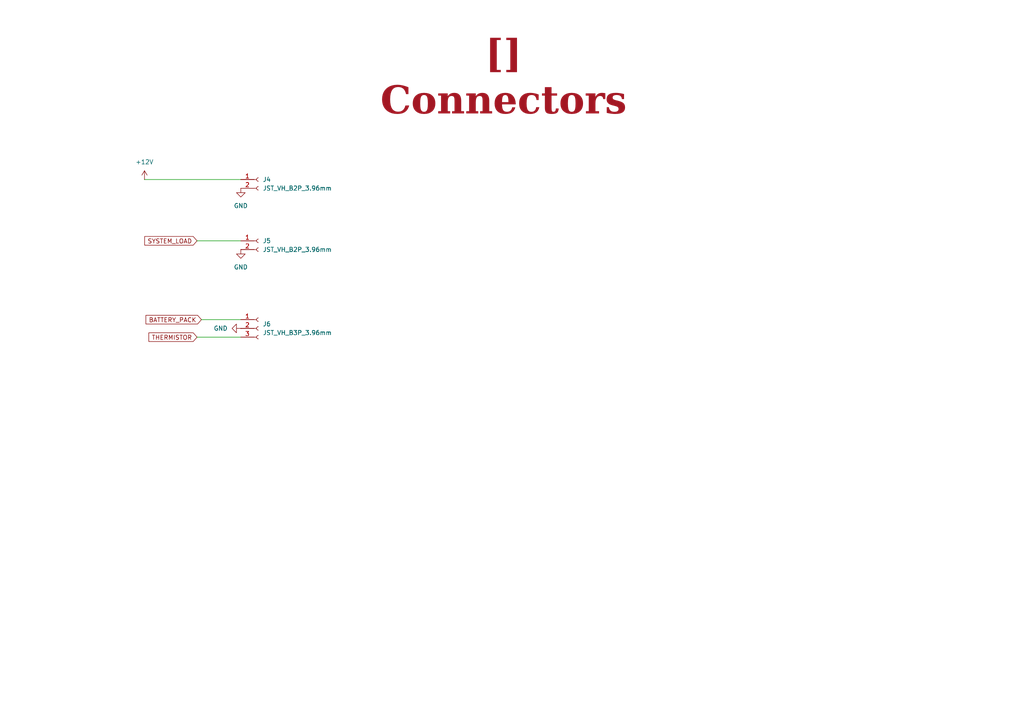
<source format=kicad_sch>
(kicad_sch (version 20250114) (generator "eeschema") (generator_version "9.0")
  (paper "A4")
  (title_block (title "Connectors") (date "2025-01-12") (rev "${REVISION}") (company "${COMPANY}"))
  (lib_symbols
    (symbol "Connector:Conn_01x02_Socket" (pin_names (offset 1.016) (hide yes))
      (property "Reference" "J" (at 0 2.54 0))
      (property "Value" "Conn_01x02_Socket" (at 0 -5.08 0))
      (symbol "Conn_01x02_Socket_1_1"
        (polyline (pts (xy -1.27 0) (xy -0.508 0)) (stroke (width 0.1524)))
        (polyline (pts (xy -1.27 -2.54) (xy -0.508 -2.54)) (stroke (width 0.1524)))
        (arc (start 0 -0.508) (mid -0.5058 0) (end 0 0.508) (stroke (width 0.1524)))
        (arc (start 0 -3.048) (mid -0.5058 -2.54) (end 0 -2.032) (stroke (width 0.1524)))
        (pin passive line (at -5.08 0 0) (length 3.81) (name "Pin_1") (number "1"))
        (pin passive line (at -5.08 -2.54 0) (length 3.81) (name "Pin_2") (number "2"))
      )
    )
    (symbol "Connector:Conn_01x03_Socket" (pin_names (offset 1.016) (hide yes))
      (property "Reference" "J" (at 0 5.08 0))
      (property "Value" "Conn_01x03_Socket" (at 0 -5.08 0))
      (symbol "Conn_01x03_Socket_1_1"
        (polyline (pts (xy -1.27 2.54) (xy -0.508 2.54)) (stroke (width 0.1524)))
        (polyline (pts (xy -1.27 0) (xy -0.508 0)) (stroke (width 0.1524)))
        (polyline (pts (xy -1.27 -2.54) (xy -0.508 -2.54)) (stroke (width 0.1524)))
        (arc (start 0 2.032) (mid -0.5058 2.54) (end 0 3.048) (stroke (width 0.1524)))
        (arc (start 0 -0.508) (mid -0.5058 0) (end 0 0.508) (stroke (width 0.1524)))
        (arc (start 0 -3.048) (mid -0.5058 -2.54) (end 0 -2.032) (stroke (width 0.1524)))
        (pin passive line (at -5.08 2.54 0) (length 3.81) (name "Pin_1") (number "1"))
        (pin passive line (at -5.08 0 0) (length 3.81) (name "Pin_2") (number "2"))
        (pin passive line (at -5.08 -2.54 0) (length 3.81) (name "Pin_3") (number "3"))
      )
    )
    (symbol "power:+12V" (power) (pin_numbers (hide yes)) (pin_names (offset 0) (hide yes))
      (property "Value" "+12V" (at 0 3.556 0))
      (symbol "+12V_0_1"
        (polyline (pts (xy -0.762 1.27) (xy 0 2.54)))
        (polyline (pts (xy 0 2.54) (xy 0.762 1.27)))
        (polyline (pts (xy 0 0) (xy 0 2.54)))
      )
      (symbol "+12V_1_1"
        (pin power_in line (at 0 0 90) (length 0) (name "~") (number "1"))
      )
    )
    (symbol "power:GND" (power) (pin_numbers (hide yes)) (pin_names (offset 0) (hide yes))
      (property "Value" "GND" (at 0 -3.81 0))
      (symbol "GND_0_1"
        (polyline (pts (xy 0 0) (xy 0 -1.27) (xy 1.27 -1.27) (xy 0 -2.54) (xy -1.27 -1.27) (xy 0 -1.27)))
      )
      (symbol "GND_1_1"
        (pin power_in line (at 0 0 270) (length 0) (name "~") (number "1"))
      )
    )
  )
  (text_box "[${#}] ${TITLE}" (at 97.79 16.51 0) (size 96.52 12.7) (margins 5.9999 5.9999 5.9999 5.9999) (stroke (width -0.0001)) (effects (font (size 8 8) (thickness 1.2) (bold yes))))
  (wire (pts (xy 41.91 52.07) (xy 69.85 52.07)))
  (wire (pts (xy 57.15 69.85) (xy 69.85 69.85)))
  (wire (pts (xy 69.85 97.79) (xy 57.15 97.79)))
  (wire (pts (xy 69.85 92.71) (xy 58.42 92.71)))
  (global_label "BATTERY_PACK" (shape input) (at 58.42 92.71 180) (property "Intersheetrefs" "${INTERSHEET_REFS}" (effects (hide yes))))
  (global_label "SYSTEM_LOAD" (shape input) (at 57.15 69.85 180) (property "Intersheetrefs" "${INTERSHEET_REFS}" (effects (hide yes))))
  (global_label "THERMISTOR" (shape input) (at 57.15 97.79 180) (property "Intersheetrefs" "${INTERSHEET_REFS}" (effects (hide yes))))
  (symbol (lib_id "Connector:Conn_01x02_Socket") (at 74.93 69.85 0) (unit 1)
    (property "Reference" "J5" (at 76.2 69.8499 0) (effects (justify left)))
    (property "Value" "JST_VH_B2P_3.96mm" (at 76.2 72.3899 0) (effects (justify left)))
    (property "Footprint" "Connector_JST:JST_VH_B2P-VH_1x02_P3.96mm_Vertical" (effects (hide yes)))
    (property "Description" "Generic connector, single row, 01x02, script generated" (effects (hide yes)))
  )
  (symbol (lib_id "power:GND") (at 69.85 95.25 270) (unit 1)
    (property "Reference" "#PWR032" (effects (hide yes)))
    (property "Value" "GND" (at 66.04 95.2499 90) (effects (justify right)))
    (property "Description" "Power symbol creates a global label with name \"GND\" , ground" (effects (hide yes)))
  )
  (symbol (lib_id "power:GND") (at 69.85 72.39 0) (unit 1)
    (property "Reference" "#PWR031" (effects (hide yes)))
    (property "Value" "GND" (at 69.85 77.47 0))
    (property "Description" "Power symbol creates a global label with name \"GND\" , ground" (effects (hide yes)))
  )
  (symbol (lib_id "power:GND") (at 69.85 54.61 0) (unit 1)
    (property "Reference" "#PWR030" (effects (hide yes)))
    (property "Value" "GND" (at 69.85 59.69 0))
    (property "Description" "Power symbol creates a global label with name \"GND\" , ground" (effects (hide yes)))
  )
  (symbol (lib_id "power:+12V") (at 41.91 52.07 0) (unit 1)
    (property "Reference" "#PWR029" (effects (hide yes)))
    (property "Value" "+12V" (at 41.91 46.99 0))
    (property "Description" "Power symbol creates a global label with name \"+12V\"" (effects (hide yes)))
  )
  (symbol (lib_id "Connector:Conn_01x02_Socket") (at 74.93 52.07 0) (unit 1)
    (property "Reference" "J4" (at 76.2 52.0699 0) (effects (justify left)))
    (property "Value" "JST_VH_B2P_3.96mm" (at 76.2 54.6099 0) (effects (justify left)))
    (property "Footprint" "Connector_JST:JST_VH_B2P-VH_1x02_P3.96mm_Vertical" (effects (hide yes)))
    (property "Description" "Generic connector, single row, 01x02, script generated" (effects (hide yes)))
  )
  (symbol (lib_id "Connector:Conn_01x03_Socket") (at 74.93 95.25 0) (unit 1)
    (property "Reference" "J6" (at 76.2 93.9799 0) (effects (justify left)))
    (property "Value" "JST_VH_B3P_3.96mm" (at 76.2 96.5199 0) (effects (justify left)))
    (property "Footprint" "Connector_JST:JST_VH_B3P-VH_1x03_P3.96mm_Vertical" (effects (hide yes)))
    (property "Description" "Generic connector, single row, 01x03, script generated" (effects (hide yes)))
  )
)
</source>
